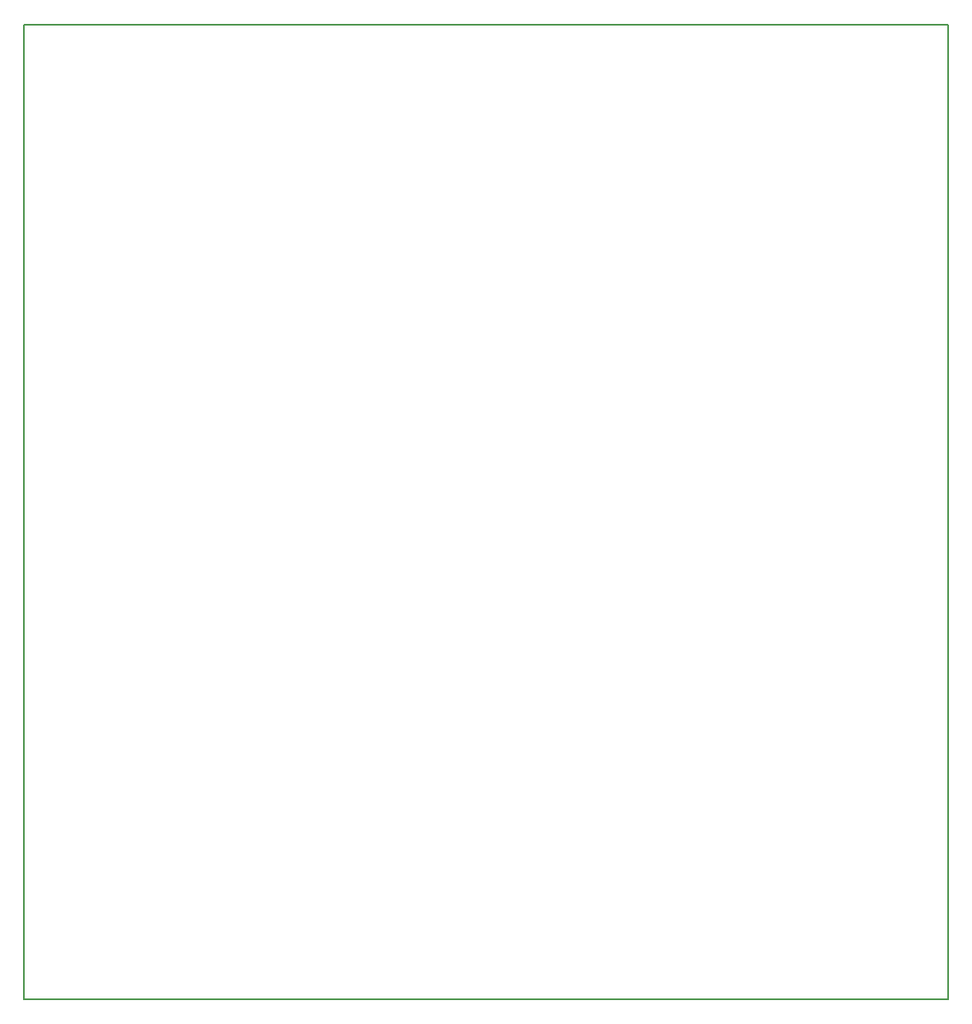
<source format=gbr>
G04 #@! TF.GenerationSoftware,KiCad,Pcbnew,5.1.9-73d0e3b20d~88~ubuntu20.04.1*
G04 #@! TF.CreationDate,2021-01-30T11:56:24+01:00*
G04 #@! TF.ProjectId,FY6600_Power_Supply,46593636-3030-45f5-906f-7765725f5375,1.0*
G04 #@! TF.SameCoordinates,Original*
G04 #@! TF.FileFunction,Profile,NP*
%FSLAX46Y46*%
G04 Gerber Fmt 4.6, Leading zero omitted, Abs format (unit mm)*
G04 Created by KiCad (PCBNEW 5.1.9-73d0e3b20d~88~ubuntu20.04.1) date 2021-01-30 11:56:24*
%MOMM*%
%LPD*%
G01*
G04 APERTURE LIST*
G04 #@! TA.AperFunction,Profile*
%ADD10C,0.150000*%
G04 #@! TD*
G04 APERTURE END LIST*
D10*
X50000000Y-42000000D02*
X50000000Y-142000000D01*
X145000000Y-42000000D02*
X50000000Y-42000000D01*
X145000000Y-142000000D02*
X145000000Y-42000000D01*
X50000000Y-142000000D02*
X145000000Y-142000000D01*
M02*

</source>
